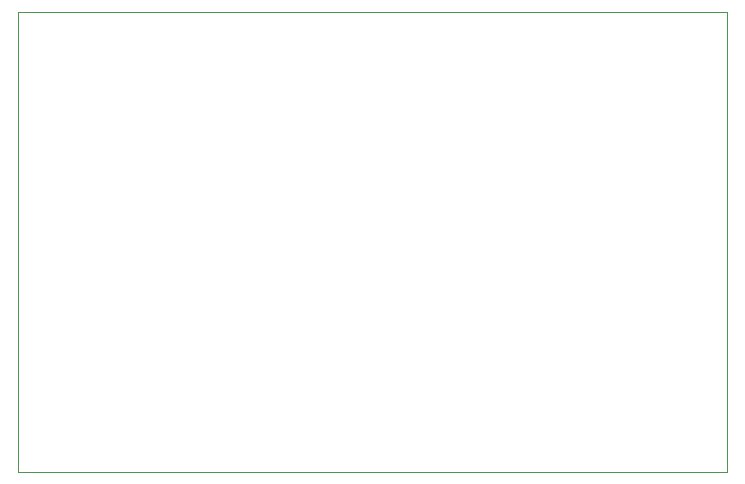
<source format=gbr>
G04 #@! TF.GenerationSoftware,KiCad,Pcbnew,5.0.2-bee76a0~70~ubuntu18.04.1*
G04 #@! TF.CreationDate,2019-11-21T20:22:08+01:00*
G04 #@! TF.ProjectId,board,626f6172-642e-46b6-9963-61645f706362,rev?*
G04 #@! TF.SameCoordinates,Original*
G04 #@! TF.FileFunction,Profile,NP*
%FSLAX46Y46*%
G04 Gerber Fmt 4.6, Leading zero omitted, Abs format (unit mm)*
G04 Created by KiCad (PCBNEW 5.0.2-bee76a0~70~ubuntu18.04.1) date Thu 21 Nov 2019 08:22:08 PM CET*
%MOMM*%
%LPD*%
G01*
G04 APERTURE LIST*
%ADD10C,0.050000*%
G04 APERTURE END LIST*
D10*
X153000000Y-100000000D02*
X153000000Y-139000000D01*
X93000000Y-139000000D02*
X153000000Y-139000000D01*
X93000000Y-100000000D02*
X153000000Y-100000000D01*
X93000000Y-100000000D02*
X93000000Y-139000000D01*
M02*

</source>
